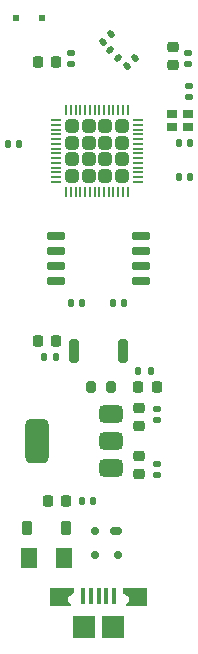
<source format=gbr>
%TF.GenerationSoftware,KiCad,Pcbnew,8.0.8*%
%TF.CreationDate,2025-04-17T09:07:27-03:00*%
%TF.ProjectId,ESP32_DevBoard_Minimal_Electgpl,45535033-325f-4446-9576-426f6172645f,rev?*%
%TF.SameCoordinates,Original*%
%TF.FileFunction,Paste,Top*%
%TF.FilePolarity,Positive*%
%FSLAX46Y46*%
G04 Gerber Fmt 4.6, Leading zero omitted, Abs format (unit mm)*
G04 Created by KiCad (PCBNEW 8.0.8) date 2025-04-17 09:07:27*
%MOMM*%
%LPD*%
G01*
G04 APERTURE LIST*
G04 Aperture macros list*
%AMRoundRect*
0 Rectangle with rounded corners*
0 $1 Rounding radius*
0 $2 $3 $4 $5 $6 $7 $8 $9 X,Y pos of 4 corners*
0 Add a 4 corners polygon primitive as box body*
4,1,4,$2,$3,$4,$5,$6,$7,$8,$9,$2,$3,0*
0 Add four circle primitives for the rounded corners*
1,1,$1+$1,$2,$3*
1,1,$1+$1,$4,$5*
1,1,$1+$1,$6,$7*
1,1,$1+$1,$8,$9*
0 Add four rect primitives between the rounded corners*
20,1,$1+$1,$2,$3,$4,$5,0*
20,1,$1+$1,$4,$5,$6,$7,0*
20,1,$1+$1,$6,$7,$8,$9,0*
20,1,$1+$1,$8,$9,$2,$3,0*%
%AMFreePoly0*
4,1,9,1.050000,0.350000,0.550000,0.000000,0.550000,-0.400000,0.800000,-0.650000,0.800000,-0.800000,-1.050000,-0.800000,-1.050000,0.800000,1.050000,0.800000,1.050000,0.350000,1.050000,0.350000,$1*%
%AMFreePoly1*
4,1,9,1.050000,-0.800000,-0.800000,-0.800000,-0.800000,-0.650000,-0.550000,-0.400000,-0.550000,0.000000,-1.050000,0.350000,-1.050000,0.800000,1.050000,0.800000,1.050000,-0.800000,1.050000,-0.800000,$1*%
G04 Aperture macros list end*
%ADD10RoundRect,0.140000X-0.140000X-0.170000X0.140000X-0.170000X0.140000X0.170000X-0.140000X0.170000X0*%
%ADD11RoundRect,0.140000X0.170000X-0.140000X0.170000X0.140000X-0.170000X0.140000X-0.170000X-0.140000X0*%
%ADD12RoundRect,0.225000X0.225000X0.250000X-0.225000X0.250000X-0.225000X-0.250000X0.225000X-0.250000X0*%
%ADD13RoundRect,0.135000X0.135000X0.185000X-0.135000X0.185000X-0.135000X-0.185000X0.135000X-0.185000X0*%
%ADD14RoundRect,0.140000X-0.170000X0.140000X-0.170000X-0.140000X0.170000X-0.140000X0.170000X0.140000X0*%
%ADD15R,0.400000X1.350000*%
%ADD16FreePoly0,0.000000*%
%ADD17R,1.900000X1.900000*%
%ADD18FreePoly1,0.000000*%
%ADD19RoundRect,0.225000X0.225000X0.375000X-0.225000X0.375000X-0.225000X-0.375000X0.225000X-0.375000X0*%
%ADD20RoundRect,0.140000X0.140000X0.170000X-0.140000X0.170000X-0.140000X-0.170000X0.140000X-0.170000X0*%
%ADD21R,0.500000X0.500000*%
%ADD22R,0.630000X0.500000*%
%ADD23RoundRect,0.140000X-0.219203X-0.021213X-0.021213X-0.219203X0.219203X0.021213X0.021213X0.219203X0*%
%ADD24RoundRect,0.225000X-0.250000X0.225000X-0.250000X-0.225000X0.250000X-0.225000X0.250000X0.225000X0*%
%ADD25RoundRect,0.225000X0.250000X-0.225000X0.250000X0.225000X-0.250000X0.225000X-0.250000X-0.225000X0*%
%ADD26RoundRect,0.175000X-0.325000X0.175000X-0.325000X-0.175000X0.325000X-0.175000X0.325000X0.175000X0*%
%ADD27RoundRect,0.150000X-0.150000X0.200000X-0.150000X-0.200000X0.150000X-0.200000X0.150000X0.200000X0*%
%ADD28RoundRect,0.135000X-0.135000X-0.185000X0.135000X-0.185000X0.135000X0.185000X-0.135000X0.185000X0*%
%ADD29RoundRect,0.200000X0.200000X0.800000X-0.200000X0.800000X-0.200000X-0.800000X0.200000X-0.800000X0*%
%ADD30RoundRect,0.140000X0.021213X-0.219203X0.219203X-0.021213X-0.021213X0.219203X-0.219203X0.021213X0*%
%ADD31RoundRect,0.218750X0.218750X0.256250X-0.218750X0.256250X-0.218750X-0.256250X0.218750X-0.256250X0*%
%ADD32RoundRect,0.225000X-0.225000X-0.250000X0.225000X-0.250000X0.225000X0.250000X-0.225000X0.250000X0*%
%ADD33RoundRect,0.200000X0.200000X0.275000X-0.200000X0.275000X-0.200000X-0.275000X0.200000X-0.275000X0*%
%ADD34RoundRect,0.250001X0.462499X0.624999X-0.462499X0.624999X-0.462499X-0.624999X0.462499X-0.624999X0*%
%ADD35R,0.900000X0.800000*%
%ADD36RoundRect,0.375000X0.625000X0.375000X-0.625000X0.375000X-0.625000X-0.375000X0.625000X-0.375000X0*%
%ADD37RoundRect,0.500000X0.500000X1.400000X-0.500000X1.400000X-0.500000X-1.400000X0.500000X-1.400000X0*%
%ADD38RoundRect,0.150000X0.650000X0.150000X-0.650000X0.150000X-0.650000X-0.150000X0.650000X-0.150000X0*%
%ADD39RoundRect,0.250000X-0.315000X0.315000X-0.315000X-0.315000X0.315000X-0.315000X0.315000X0.315000X0*%
%ADD40RoundRect,0.050000X-0.050000X0.387500X-0.050000X-0.387500X0.050000X-0.387500X0.050000X0.387500X0*%
%ADD41RoundRect,0.050000X-0.387500X0.050000X-0.387500X-0.050000X0.387500X-0.050000X0.387500X0.050000X0*%
G04 APERTURE END LIST*
D10*
%TO.C,C11*%
X149380748Y-101041200D03*
X150340748Y-101041200D03*
%TD*%
D11*
%TO.C,C12*%
X155702748Y-80820200D03*
X155702748Y-79860200D03*
%TD*%
D12*
%TO.C,C7*%
X144539748Y-80594200D03*
X142989748Y-80594200D03*
%TD*%
D10*
%TO.C,C9*%
X154968748Y-90373200D03*
X155928748Y-90373200D03*
%TD*%
D13*
%TO.C,R1*%
X152554748Y-106756200D03*
X151534748Y-106756200D03*
%TD*%
D14*
%TO.C,C4*%
X153060748Y-109959200D03*
X153060748Y-110919200D03*
%TD*%
D15*
%TO.C,J1*%
X146852748Y-125798200D03*
X147502748Y-125798200D03*
X148152748Y-125798200D03*
X148802748Y-125798200D03*
X149452748Y-125798200D03*
D16*
X145052748Y-125923200D03*
D17*
X146952748Y-128473200D03*
X149352748Y-128473200D03*
D18*
X151252748Y-125923200D03*
%TD*%
D12*
%TO.C,C14*%
X144539748Y-104216200D03*
X142989748Y-104216200D03*
%TD*%
D19*
%TO.C,D1*%
X145414748Y-120091200D03*
X142114748Y-120091200D03*
%TD*%
D11*
%TO.C,C17*%
X155829748Y-83614200D03*
X155829748Y-82654200D03*
%TD*%
D20*
%TO.C,C6*%
X141450748Y-87579200D03*
X140490748Y-87579200D03*
%TD*%
D21*
%TO.C,AE1*%
X143382000Y-76930000D03*
D22*
X141147000Y-76930000D03*
%TD*%
D11*
%TO.C,C8*%
X145796748Y-80820200D03*
X145796748Y-79860200D03*
%TD*%
D23*
%TO.C,L1*%
X149140337Y-79619789D03*
X149819159Y-80298611D03*
%TD*%
D24*
%TO.C,C5*%
X151536748Y-109918200D03*
X151536748Y-111468200D03*
%TD*%
D25*
%TO.C,C2*%
X151536748Y-115532200D03*
X151536748Y-113982200D03*
%TD*%
D26*
%TO.C,D2*%
X149594748Y-120361200D03*
D27*
X147894748Y-120361200D03*
X147894748Y-122361200D03*
X149794748Y-122361200D03*
%TD*%
D11*
%TO.C,C3*%
X153060748Y-115618200D03*
X153060748Y-114658200D03*
%TD*%
D10*
%TO.C,C1*%
X146713748Y-117805200D03*
X147673748Y-117805200D03*
%TD*%
D25*
%TO.C,C13*%
X154432748Y-80861200D03*
X154432748Y-79311200D03*
%TD*%
D20*
%TO.C,C10*%
X146784748Y-101041200D03*
X145824748Y-101041200D03*
%TD*%
D28*
%TO.C,R2*%
X143508748Y-105613200D03*
X144528748Y-105613200D03*
%TD*%
D29*
%TO.C,SW1*%
X150250748Y-105105200D03*
X146050748Y-105105200D03*
%TD*%
D30*
%TO.C,C15*%
X148505337Y-78901611D03*
X149184159Y-78222789D03*
%TD*%
D31*
%TO.C,D3*%
X153086248Y-108153200D03*
X151511248Y-108153200D03*
%TD*%
D32*
%TO.C,PFB1*%
X143878748Y-117805200D03*
X145428748Y-117805200D03*
%TD*%
D33*
%TO.C,JMP1*%
X149186748Y-108153200D03*
X147536748Y-108153200D03*
%TD*%
D34*
%TO.C,F1*%
X145252248Y-122631200D03*
X142277248Y-122631200D03*
%TD*%
D30*
%TO.C,L2*%
X150537337Y-80933611D03*
X151216159Y-80254789D03*
%TD*%
D35*
%TO.C,Y1*%
X154367748Y-86097200D03*
X155767748Y-86097200D03*
X155767748Y-84997200D03*
X154367748Y-84997200D03*
%TD*%
D10*
%TO.C,C16*%
X154968748Y-87452200D03*
X155928748Y-87452200D03*
%TD*%
D36*
%TO.C,U1*%
X149225748Y-115025200D03*
X149225748Y-112725200D03*
X149225748Y-110425200D03*
D37*
X142925748Y-112725200D03*
%TD*%
D38*
%TO.C,U3*%
X151726748Y-99136200D03*
X151726748Y-97866200D03*
X151726748Y-96596200D03*
X151726748Y-95326200D03*
X144526748Y-95326200D03*
X144526748Y-96596200D03*
X144526748Y-97866200D03*
X144526748Y-99136200D03*
%TD*%
D39*
%TO.C,U2*%
X150114748Y-86052200D03*
X148714748Y-86052200D03*
X147314748Y-86052200D03*
X145914748Y-86052200D03*
X150114748Y-87452200D03*
X148714748Y-87452200D03*
X147314748Y-87452200D03*
X145914748Y-87452200D03*
X150114748Y-88852200D03*
X148714748Y-88852200D03*
X147314748Y-88852200D03*
X145914748Y-88852200D03*
X150114748Y-90252200D03*
X148714748Y-90252200D03*
X147314748Y-90252200D03*
X145914748Y-90252200D03*
D40*
X150614748Y-84714700D03*
X150214748Y-84714700D03*
X149814748Y-84714700D03*
X149414748Y-84714700D03*
X149014748Y-84714700D03*
X148614748Y-84714700D03*
X148214748Y-84714700D03*
X147814748Y-84714700D03*
X147414748Y-84714700D03*
X147014748Y-84714700D03*
X146614748Y-84714700D03*
X146214748Y-84714700D03*
X145814748Y-84714700D03*
X145414748Y-84714700D03*
D41*
X144577248Y-85552200D03*
X144577248Y-85952200D03*
X144577248Y-86352200D03*
X144577248Y-86752200D03*
X144577248Y-87152200D03*
X144577248Y-87552200D03*
X144577248Y-87952200D03*
X144577248Y-88352200D03*
X144577248Y-88752200D03*
X144577248Y-89152200D03*
X144577248Y-89552200D03*
X144577248Y-89952200D03*
X144577248Y-90352200D03*
X144577248Y-90752200D03*
D40*
X145414748Y-91589700D03*
X145814748Y-91589700D03*
X146214748Y-91589700D03*
X146614748Y-91589700D03*
X147014748Y-91589700D03*
X147414748Y-91589700D03*
X147814748Y-91589700D03*
X148214748Y-91589700D03*
X148614748Y-91589700D03*
X149014748Y-91589700D03*
X149414748Y-91589700D03*
X149814748Y-91589700D03*
X150214748Y-91589700D03*
X150614748Y-91589700D03*
D41*
X151452248Y-90752200D03*
X151452248Y-90352200D03*
X151452248Y-89952200D03*
X151452248Y-89552200D03*
X151452248Y-89152200D03*
X151452248Y-88752200D03*
X151452248Y-88352200D03*
X151452248Y-87952200D03*
X151452248Y-87552200D03*
X151452248Y-87152200D03*
X151452248Y-86752200D03*
X151452248Y-86352200D03*
X151452248Y-85952200D03*
X151452248Y-85552200D03*
%TD*%
M02*

</source>
